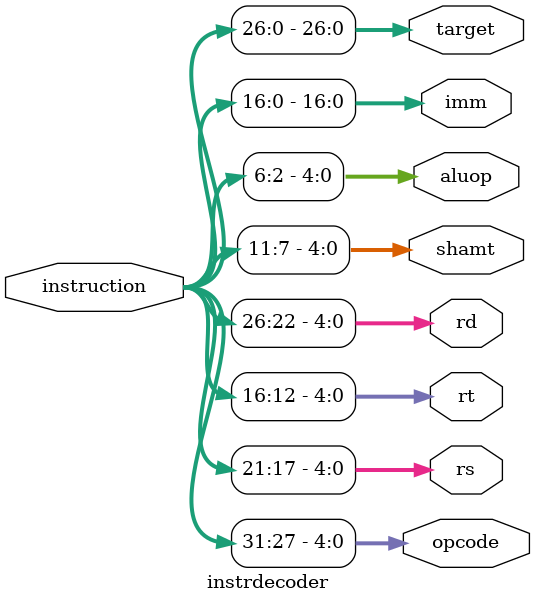
<source format=v>
module instrdecoder(
    instruction,
    opcode,
    rs,
    rt,
    rd,
    shamt,
    aluop,
    imm,
    target
);

input [31:0] instruction;
output [4:0] opcode, rs, rt, rd, shamt, aluop;
output [16:0] imm;
output [26:0] target;

assign opcode = instruction[31:27];
assign rd = instruction[26:22];
assign rs = instruction[21:17];
assign rt = instruction[16:12];
assign shamt = instruction[11:7];
assign aluop = instruction[6:2];
assign imm = instruction[16:0];
assign target = instruction[26:0];

endmodule
</source>
